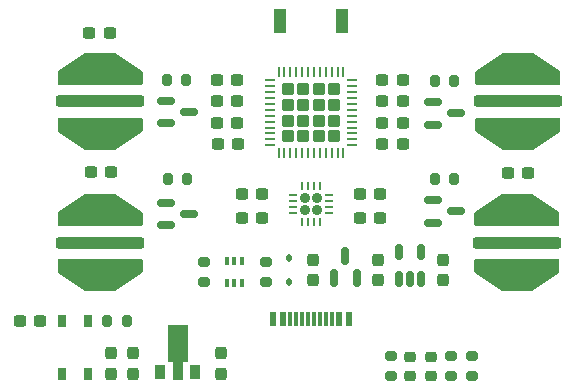
<source format=gbr>
%TF.GenerationSoftware,KiCad,Pcbnew,7.0.9*%
%TF.CreationDate,2023-12-10T21:37:23+08:00*%
%TF.ProjectId,E-Secnt Coach,452d5365-636e-4742-9043-6f6163682e6b,rev?*%
%TF.SameCoordinates,Original*%
%TF.FileFunction,Paste,Top*%
%TF.FilePolarity,Positive*%
%FSLAX46Y46*%
G04 Gerber Fmt 4.6, Leading zero omitted, Abs format (unit mm)*
G04 Created by KiCad (PCBNEW 7.0.9) date 2023-12-10 21:37:23*
%MOMM*%
%LPD*%
G01*
G04 APERTURE LIST*
G04 Aperture macros list*
%AMRoundRect*
0 Rectangle with rounded corners*
0 $1 Rounding radius*
0 $2 $3 $4 $5 $6 $7 $8 $9 X,Y pos of 4 corners*
0 Add a 4 corners polygon primitive as box body*
4,1,4,$2,$3,$4,$5,$6,$7,$8,$9,$2,$3,0*
0 Add four circle primitives for the rounded corners*
1,1,$1+$1,$2,$3*
1,1,$1+$1,$4,$5*
1,1,$1+$1,$6,$7*
1,1,$1+$1,$8,$9*
0 Add four rect primitives between the rounded corners*
20,1,$1+$1,$2,$3,$4,$5,0*
20,1,$1+$1,$4,$5,$6,$7,0*
20,1,$1+$1,$6,$7,$8,$9,0*
20,1,$1+$1,$8,$9,$2,$3,0*%
%AMFreePoly0*
4,1,9,3.862500,-0.866500,0.737500,-0.866500,0.737500,-0.450000,-0.737500,-0.450000,-0.737500,0.450000,0.737500,0.450000,0.737500,0.866500,3.862500,0.866500,3.862500,-0.866500,3.862500,-0.866500,$1*%
%AMFreePoly1*
4,1,43,1.015063,3.345106,1.030902,3.345106,1.043715,3.335796,1.058779,3.330902,1.068088,3.318088,1.080902,3.308779,1.085796,3.293715,1.095106,3.280902,1.095106,3.265062,1.100000,3.250000,1.100000,-3.750000,1.095106,-3.765062,1.095106,-3.780902,1.085796,-3.793715,1.080902,-3.808779,1.068088,-3.818088,1.058779,-3.830902,1.043715,-3.835796,1.030902,-3.845106,1.015063,-3.845106,
1.000000,-3.850000,0.000000,-3.850000,-0.016926,-3.844500,-0.034710,-3.843783,-0.045590,-3.835187,-0.058779,-3.830902,-0.069241,-3.816501,-0.083205,-3.805470,-1.583205,-1.555470,-1.591042,-1.527569,-1.600000,-1.500000,-1.600000,1.000000,-1.591042,1.027569,-1.583205,1.055470,-0.083205,3.305470,-0.069241,3.316501,-0.058779,3.330902,-0.045590,3.335187,-0.034710,3.343783,-0.016926,3.344500,
0.000000,3.350000,1.000000,3.350000,1.015063,3.345106,1.015063,3.345106,$1*%
%AMFreePoly2*
4,1,43,0.016926,3.344500,0.034710,3.343783,0.045590,3.335187,0.058779,3.330902,0.069241,3.316501,0.083205,3.305470,1.583205,1.055470,1.591043,1.027566,1.600000,1.000000,1.600000,-1.500000,1.591043,-1.527566,1.583205,-1.555470,0.083205,-3.805470,0.069241,-3.816501,0.058779,-3.830902,0.045590,-3.835187,0.034710,-3.843783,0.016926,-3.844500,0.000000,-3.850000,-1.000000,-3.850000,
-1.015063,-3.845106,-1.030902,-3.845106,-1.043715,-3.835796,-1.058779,-3.830902,-1.068088,-3.818088,-1.080902,-3.808779,-1.085796,-3.793715,-1.095106,-3.780902,-1.095106,-3.765062,-1.100000,-3.750000,-1.100000,3.250000,-1.095106,3.265062,-1.095106,3.280902,-1.085796,3.293715,-1.080902,3.308779,-1.068088,3.318088,-1.058779,3.330902,-1.043715,3.335796,-1.030902,3.345106,-1.015063,3.345106,
-1.000000,3.350000,0.000000,3.350000,0.016926,3.344500,0.016926,3.344500,$1*%
G04 Aperture macros list end*
%ADD10R,0.900000X1.300000*%
%ADD11FreePoly0,90.000000*%
%ADD12RoundRect,0.200000X0.200000X0.275000X-0.200000X0.275000X-0.200000X-0.275000X0.200000X-0.275000X0*%
%ADD13RoundRect,0.237500X-0.300000X-0.237500X0.300000X-0.237500X0.300000X0.237500X-0.300000X0.237500X0*%
%ADD14RoundRect,0.250000X-0.285000X0.285000X-0.285000X-0.285000X0.285000X-0.285000X0.285000X0.285000X0*%
%ADD15RoundRect,0.062500X-0.062500X0.337500X-0.062500X-0.337500X0.062500X-0.337500X0.062500X0.337500X0*%
%ADD16RoundRect,0.062500X-0.337500X0.062500X-0.337500X-0.062500X0.337500X-0.062500X0.337500X0.062500X0*%
%ADD17RoundRect,0.250000X-3.500000X0.250000X-3.500000X-0.250000X3.500000X-0.250000X3.500000X0.250000X0*%
%ADD18FreePoly1,270.000000*%
%ADD19FreePoly2,270.000000*%
%ADD20RoundRect,0.218750X-0.256250X0.218750X-0.256250X-0.218750X0.256250X-0.218750X0.256250X0.218750X0*%
%ADD21RoundRect,0.237500X-0.237500X0.300000X-0.237500X-0.300000X0.237500X-0.300000X0.237500X0.300000X0*%
%ADD22R,0.600000X1.240000*%
%ADD23R,0.300000X1.240000*%
%ADD24RoundRect,0.237500X0.300000X0.237500X-0.300000X0.237500X-0.300000X-0.237500X0.300000X-0.237500X0*%
%ADD25RoundRect,0.150000X0.150000X-0.587500X0.150000X0.587500X-0.150000X0.587500X-0.150000X-0.587500X0*%
%ADD26RoundRect,0.150000X-0.587500X-0.150000X0.587500X-0.150000X0.587500X0.150000X-0.587500X0.150000X0*%
%ADD27RoundRect,0.200000X0.275000X-0.200000X0.275000X0.200000X-0.275000X0.200000X-0.275000X-0.200000X0*%
%ADD28RoundRect,0.200000X-0.200000X-0.275000X0.200000X-0.275000X0.200000X0.275000X-0.200000X0.275000X0*%
%ADD29RoundRect,0.200000X-0.275000X0.200000X-0.275000X-0.200000X0.275000X-0.200000X0.275000X0.200000X0*%
%ADD30R,0.400000X0.650000*%
%ADD31RoundRect,0.150000X0.150000X-0.512500X0.150000X0.512500X-0.150000X0.512500X-0.150000X-0.512500X0*%
%ADD32RoundRect,0.250000X3.500000X-0.250000X3.500000X0.250000X-3.500000X0.250000X-3.500000X-0.250000X0*%
%ADD33FreePoly1,90.000000*%
%ADD34FreePoly2,90.000000*%
%ADD35RoundRect,0.237500X0.237500X-0.300000X0.237500X0.300000X-0.237500X0.300000X-0.237500X-0.300000X0*%
%ADD36RoundRect,0.192500X0.192500X0.192500X-0.192500X0.192500X-0.192500X-0.192500X0.192500X-0.192500X0*%
%ADD37RoundRect,0.062500X0.275000X0.062500X-0.275000X0.062500X-0.275000X-0.062500X0.275000X-0.062500X0*%
%ADD38RoundRect,0.062500X0.062500X0.275000X-0.062500X0.275000X-0.062500X-0.275000X0.062500X-0.275000X0*%
%ADD39R,0.750000X1.000000*%
%ADD40RoundRect,0.112500X-0.112500X0.187500X-0.112500X-0.187500X0.112500X-0.187500X0.112500X0.187500X0*%
%ADD41R,1.000000X2.000000*%
G04 APERTURE END LIST*
D10*
%TO.C,U3*%
X127200000Y-103780000D03*
D11*
X128700000Y-103692500D03*
D10*
X130200000Y-103780000D03*
%TD*%
D12*
%TO.C,R10*%
X124395000Y-99410000D03*
X122745000Y-99410000D03*
%TD*%
D13*
%TO.C,C18*%
X156637500Y-86900000D03*
X158362500Y-86900000D03*
%TD*%
D14*
%TO.C,U1*%
X141980000Y-79809000D03*
X140660000Y-79809000D03*
X139340000Y-79809000D03*
X138020000Y-79809000D03*
X141980000Y-81129000D03*
X140660000Y-81129000D03*
X139340000Y-81129000D03*
X138020000Y-81129000D03*
X141980000Y-82449000D03*
X140660000Y-82449000D03*
X139340000Y-82449000D03*
X138020000Y-82449000D03*
X141980000Y-83769000D03*
X140660000Y-83769000D03*
X139340000Y-83769000D03*
X138020000Y-83769000D03*
D15*
X142750000Y-78339000D03*
X142250000Y-78339000D03*
X141750000Y-78339000D03*
X141250000Y-78339000D03*
X140750000Y-78339000D03*
X140250000Y-78339000D03*
X139750000Y-78339000D03*
X139250000Y-78339000D03*
X138750000Y-78339000D03*
X138250000Y-78339000D03*
X137750000Y-78339000D03*
X137250000Y-78339000D03*
D16*
X136550000Y-79039000D03*
X136550000Y-79539000D03*
X136550000Y-80039000D03*
X136550000Y-80539000D03*
X136550000Y-81039000D03*
X136550000Y-81539000D03*
X136550000Y-82039000D03*
X136550000Y-82539000D03*
X136550000Y-83039000D03*
X136550000Y-83539000D03*
X136550000Y-84039000D03*
X136550000Y-84539000D03*
D15*
X137250000Y-85239000D03*
X137750000Y-85239000D03*
X138250000Y-85239000D03*
X138750000Y-85239000D03*
X139250000Y-85239000D03*
X139750000Y-85239000D03*
X140250000Y-85239000D03*
X140750000Y-85239000D03*
X141250000Y-85239000D03*
X141750000Y-85239000D03*
X142250000Y-85239000D03*
X142750000Y-85239000D03*
D16*
X143450000Y-84539000D03*
X143450000Y-84039000D03*
X143450000Y-83539000D03*
X143450000Y-83039000D03*
X143450000Y-82539000D03*
X143450000Y-82039000D03*
X143450000Y-81539000D03*
X143450000Y-81039000D03*
X143450000Y-80539000D03*
X143450000Y-80039000D03*
X143450000Y-79539000D03*
X143450000Y-79039000D03*
%TD*%
D13*
%TO.C,C21*%
X146037500Y-82633332D03*
X147762500Y-82633332D03*
%TD*%
%TO.C,C19*%
X146037500Y-79000000D03*
X147762500Y-79000000D03*
%TD*%
D17*
%TO.C,L2*%
X122100000Y-92800000D03*
D18*
X122350000Y-90300000D03*
D19*
X122350000Y-95300000D03*
%TD*%
D20*
%TO.C,D3*%
X148400000Y-102462500D03*
X148400000Y-104037500D03*
%TD*%
D21*
%TO.C,C20*%
X151200000Y-94237500D03*
X151200000Y-95962500D03*
%TD*%
D22*
%TO.C,J1*%
X136800000Y-99275000D03*
X137600000Y-99275000D03*
D23*
X138750000Y-99275000D03*
X139750000Y-99275000D03*
X140250000Y-99275000D03*
X141250000Y-99275000D03*
D22*
X142400000Y-99275000D03*
X143200000Y-99275000D03*
X143200000Y-99275000D03*
X142400000Y-99275000D03*
D23*
X141750000Y-99275000D03*
X140750000Y-99275000D03*
X139250000Y-99275000D03*
X138250000Y-99275000D03*
D22*
X137600000Y-99275000D03*
X136800000Y-99275000D03*
%TD*%
D24*
%TO.C,C22*%
X117092500Y-99420000D03*
X115367500Y-99420000D03*
%TD*%
%TO.C,C6*%
X135862500Y-88675000D03*
X134137500Y-88675000D03*
%TD*%
D25*
%TO.C,Q6*%
X141964285Y-95767500D03*
X143864285Y-95767500D03*
X142914285Y-93892500D03*
%TD*%
D26*
%TO.C,Q2*%
X127762500Y-89400000D03*
X127762500Y-91300000D03*
X129637500Y-90350000D03*
%TD*%
D27*
%TO.C,R2*%
X153650000Y-104075000D03*
X153650000Y-102425000D03*
%TD*%
D13*
%TO.C,C12*%
X146037500Y-84450000D03*
X147762500Y-84450000D03*
%TD*%
D24*
%TO.C,C7*%
X135862500Y-90675000D03*
X134137500Y-90675000D03*
%TD*%
D13*
%TO.C,C11*%
X146037500Y-80816666D03*
X147762500Y-80816666D03*
%TD*%
D28*
%TO.C,R5*%
X127775000Y-79000000D03*
X129425000Y-79000000D03*
%TD*%
D12*
%TO.C,R7*%
X152125000Y-79100000D03*
X150475000Y-79100000D03*
%TD*%
D29*
%TO.C,R3*%
X130900000Y-94445000D03*
X130900000Y-96095000D03*
%TD*%
D26*
%TO.C,Q1*%
X127762500Y-80800000D03*
X127762500Y-82700000D03*
X129637500Y-81750000D03*
%TD*%
D21*
%TO.C,C3*%
X124900000Y-102167500D03*
X124900000Y-103892500D03*
%TD*%
D28*
%TO.C,R6*%
X127875000Y-87400000D03*
X129525000Y-87400000D03*
%TD*%
D24*
%TO.C,C17*%
X133812500Y-84450000D03*
X132087500Y-84450000D03*
%TD*%
D26*
%TO.C,Q3*%
X150362500Y-80900000D03*
X150362500Y-82800000D03*
X152237500Y-81850000D03*
%TD*%
D17*
%TO.C,L1*%
X122100000Y-80800000D03*
D18*
X122350000Y-78300000D03*
D19*
X122350000Y-83300000D03*
%TD*%
D30*
%TO.C,Q5*%
X134170000Y-94330000D03*
X133520000Y-94330000D03*
X132870000Y-94330000D03*
X132870000Y-96230000D03*
X133520000Y-96230000D03*
X134170000Y-96230000D03*
%TD*%
D24*
%TO.C,C16*%
X122962500Y-75000000D03*
X121237500Y-75000000D03*
%TD*%
D26*
%TO.C,Q4*%
X150362500Y-89200000D03*
X150362500Y-91100000D03*
X152237500Y-90150000D03*
%TD*%
D24*
%TO.C,C14*%
X133762500Y-79000000D03*
X132037500Y-79000000D03*
%TD*%
D31*
%TO.C,U4*%
X147450000Y-95837500D03*
X148400000Y-95837500D03*
X149350000Y-95837500D03*
X149350000Y-93562500D03*
X147450000Y-93562500D03*
%TD*%
D32*
%TO.C,L4*%
X157450000Y-92800000D03*
D33*
X157200000Y-95300000D03*
D34*
X157200000Y-90300000D03*
%TD*%
D21*
%TO.C,C4*%
X140171428Y-94237500D03*
X140171428Y-95962500D03*
%TD*%
D35*
%TO.C,C5*%
X145657142Y-95962500D03*
X145657142Y-94237500D03*
%TD*%
D36*
%TO.C,U2*%
X140475000Y-90000000D03*
X140475000Y-89050000D03*
X139525000Y-90000000D03*
X139525000Y-89050000D03*
D37*
X141512500Y-90275000D03*
X141512500Y-89775000D03*
X141512500Y-89275000D03*
X141512500Y-88775000D03*
D38*
X140750000Y-88012500D03*
X140250000Y-88012500D03*
X139750000Y-88012500D03*
X139250000Y-88012500D03*
D37*
X138487500Y-88775000D03*
X138487500Y-89275000D03*
X138487500Y-89775000D03*
X138487500Y-90275000D03*
D38*
X139250000Y-91037500D03*
X139750000Y-91037500D03*
X140250000Y-91037500D03*
X140750000Y-91037500D03*
%TD*%
D13*
%TO.C,C8*%
X144137500Y-88675000D03*
X145862500Y-88675000D03*
%TD*%
D12*
%TO.C,R8*%
X152125000Y-87400000D03*
X150475000Y-87400000D03*
%TD*%
D24*
%TO.C,C15*%
X123062500Y-86800000D03*
X121337500Y-86800000D03*
%TD*%
D39*
%TO.C,KEY1*%
X118935200Y-99408600D03*
X118935200Y-103908600D03*
X121085200Y-99408600D03*
X121085200Y-103908600D03*
%TD*%
D24*
%TO.C,C10*%
X133762500Y-82633332D03*
X132037500Y-82633332D03*
%TD*%
%TO.C,C13*%
X133762500Y-80816666D03*
X132037500Y-80816666D03*
%TD*%
D32*
%TO.C,L3*%
X157500000Y-80800000D03*
D33*
X157250000Y-83300000D03*
D34*
X157250000Y-78300000D03*
%TD*%
D13*
%TO.C,C9*%
X144137500Y-90675000D03*
X145862500Y-90675000D03*
%TD*%
D27*
%TO.C,R1*%
X151850000Y-104075000D03*
X151850000Y-102425000D03*
%TD*%
D29*
%TO.C,R4*%
X136185714Y-94445000D03*
X136185714Y-96095000D03*
%TD*%
D27*
%TO.C,R9*%
X146775000Y-104075000D03*
X146775000Y-102425000D03*
%TD*%
D21*
%TO.C,C2*%
X123107143Y-102167500D03*
X123107143Y-103892500D03*
%TD*%
D20*
%TO.C,D2*%
X150125000Y-102462500D03*
X150125000Y-104037500D03*
%TD*%
D40*
%TO.C,D1*%
X138178571Y-94055000D03*
X138178571Y-96155000D03*
%TD*%
D35*
%TO.C,C1*%
X132400000Y-103892500D03*
X132400000Y-102167500D03*
%TD*%
D41*
%TO.C,E1*%
X142600000Y-74000000D03*
X137400000Y-74000000D03*
%TD*%
M02*

</source>
